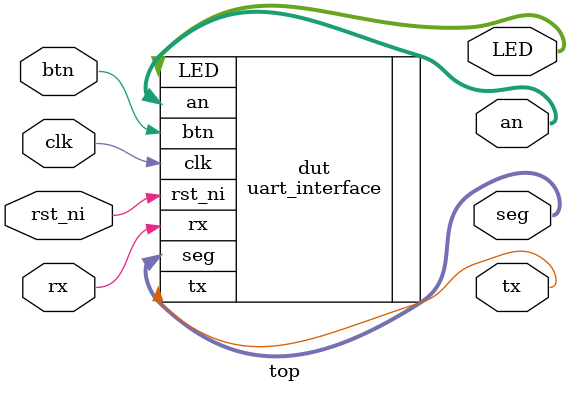
<source format=sv>
module top(
    input clk,       	    // basys 3 FPGA clock signal
    input rst_ni,            // btnR    
    input rx,               // USB-RS232 Rx
    input btn,              // btnL (read and write FIFO operation)
    output tx,              // USB-RS232 Tx
    output [3:0] an,        // 7 segment display digits
    output [0:6] seg,       // 7 segment display segments
    output [7:0] LED        // data byte display
    );
    
    uart_interface dut
        (
            .clk(clk),
            .rst_ni(rst_ni),
            .rx(rx),
            .btn(btn),
            .tx(tx),
            .an(an),
            .seg(seg),
            .LED(LED)
        );
    
endmodule

</source>
